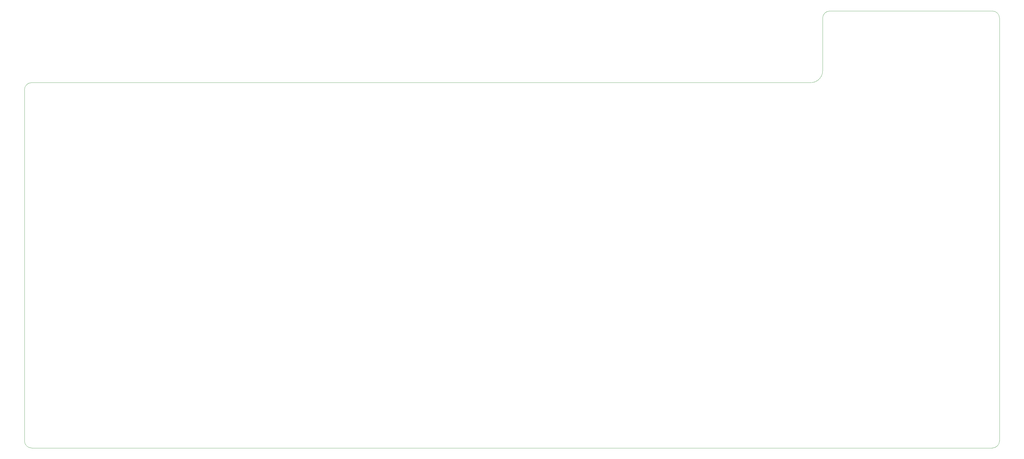
<source format=gbr>
G04 #@! TF.GenerationSoftware,KiCad,Pcbnew,(5.1.4)-1*
G04 #@! TF.CreationDate,2021-09-13T16:48:37-03:00*
G04 #@! TF.ProjectId,keyboard pcb,6b657962-6f61-4726-9420-7063622e6b69,rev?*
G04 #@! TF.SameCoordinates,Original*
G04 #@! TF.FileFunction,Profile,NP*
%FSLAX46Y46*%
G04 Gerber Fmt 4.6, Leading zero omitted, Abs format (unit mm)*
G04 Created by KiCad (PCBNEW (5.1.4)-1) date 2021-09-13 16:48:37*
%MOMM*%
%LPD*%
G04 APERTURE LIST*
%ADD10C,0.050000*%
G04 APERTURE END LIST*
D10*
X306387500Y-80962500D02*
G75*
G02X302418750Y-84931250I-3968750J0D01*
G01*
X362743750Y-61118750D02*
G75*
G02X365125000Y-63500000I0J-2381250D01*
G01*
X306387500Y-63500000D02*
G75*
G02X308768750Y-61118750I2381250J0D01*
G01*
X41275000Y-87312500D02*
G75*
G02X43656250Y-84931250I2381250J0D01*
G01*
X302418750Y-84931250D02*
X43656250Y-84931250D01*
X306387500Y-63500000D02*
X306387500Y-80962500D01*
X365125000Y-203993750D02*
G75*
G02X362743750Y-206375000I-2381250J0D01*
G01*
X43656250Y-206375000D02*
G75*
G02X41275000Y-203993750I0J2381250D01*
G01*
X362743750Y-206375000D02*
X43656250Y-206375000D01*
X365125000Y-63500000D02*
X365125000Y-203993750D01*
X308768750Y-61118750D02*
X362743750Y-61118750D01*
X41275000Y-203993750D02*
X41275000Y-87312500D01*
M02*

</source>
